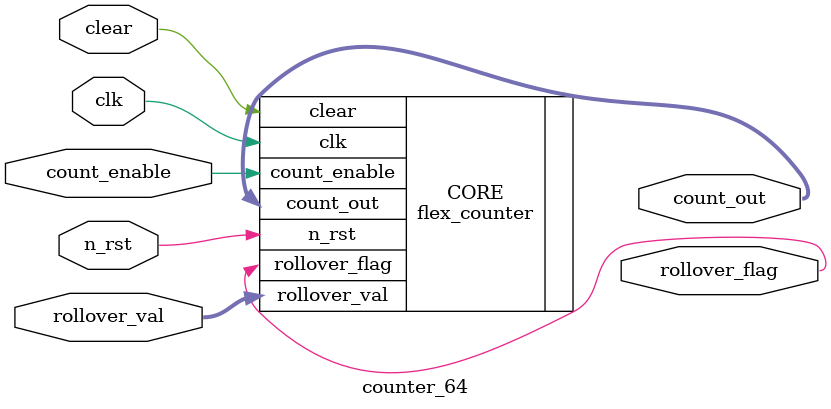
<source format=sv>


module counter_64
(
  input wire n_rst,clk,count_enable,clear,
  input wire [5:0] rollover_val,
  output wire [5:0] count_out,
  output wire rollover_flag
);

flex_counter
#(
.NUM_CNT_BITS(6)
)
CORE(
  .clk(clk),
  .n_rst(n_rst),
  .count_enable(count_enable),
  .rollover_val(rollover_val),
  .count_out(count_out),
  .rollover_flag(rollover_flag),
  .clear(clear)
);

endmodule
</source>
